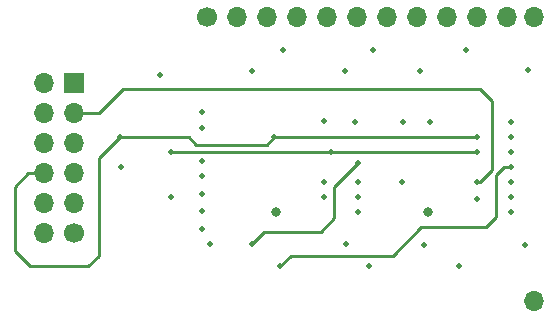
<source format=gbr>
%TF.GenerationSoftware,KiCad,Pcbnew,(6.0.9)*%
%TF.CreationDate,2023-03-11T18:38:12+09:00*%
%TF.ProjectId,Pmod_Matrix2,506d6f64-5f4d-4617-9472-6978322e6b69,rev?*%
%TF.SameCoordinates,Original*%
%TF.FileFunction,Copper,L3,Inr*%
%TF.FilePolarity,Positive*%
%FSLAX46Y46*%
G04 Gerber Fmt 4.6, Leading zero omitted, Abs format (unit mm)*
G04 Created by KiCad (PCBNEW (6.0.9)) date 2023-03-11 18:38:12*
%MOMM*%
%LPD*%
G01*
G04 APERTURE LIST*
%TA.AperFunction,ComponentPad*%
%ADD10C,1.700000*%
%TD*%
%TA.AperFunction,ComponentPad*%
%ADD11O,1.700000X1.700000*%
%TD*%
%TA.AperFunction,ComponentPad*%
%ADD12R,1.700000X1.700000*%
%TD*%
%TA.AperFunction,ViaPad*%
%ADD13C,0.500000*%
%TD*%
%TA.AperFunction,ViaPad*%
%ADD14C,0.800000*%
%TD*%
%TA.AperFunction,Conductor*%
%ADD15C,0.250000*%
%TD*%
G04 APERTURE END LIST*
D10*
%TO.N,Net-(R9-Pad1)*%
%TO.C,U4*%
X118483500Y-87760000D03*
D11*
%TO.N,Net-(R10-Pad1)*%
X121023500Y-87760000D03*
%TO.N,/ROW1*%
X123563500Y-87760000D03*
%TO.N,Net-(R11-Pad1)*%
X126103500Y-87760000D03*
%TO.N,Net-(R12-Pad1)*%
X128643500Y-87760000D03*
%TO.N,/ROW2*%
X131183500Y-87760000D03*
%TO.N,Net-(R13-Pad1)*%
X133723500Y-87760000D03*
%TO.N,Net-(R14-Pad1)*%
X136263500Y-87760000D03*
%TO.N,/ROW3*%
X138803500Y-87760000D03*
%TO.N,Net-(R15-Pad1)*%
X141343500Y-87760000D03*
%TO.N,Net-(R16-Pad1)*%
X143883500Y-87760000D03*
%TO.N,/ROW4*%
X146203500Y-87760000D03*
%TO.N,/ROW8*%
X146203500Y-111820000D03*
%TD*%
D10*
%TO.N,VCC*%
%TO.C,J1*%
X107250000Y-106045000D03*
D11*
X104710000Y-106045000D03*
%TO.N,GND*%
X107250000Y-103505000D03*
X104710000Y-103505000D03*
%TO.N,/RCLK*%
X107250000Y-100965000D03*
%TO.N,/CLK*%
X104710000Y-100965000D03*
%TO.N,Net-(J1-Pad5)*%
X107250000Y-98425000D03*
%TO.N,Net-(J1-Pad6)*%
X104710000Y-98425000D03*
%TO.N,/SER_Red*%
X107250000Y-95885000D03*
%TO.N,Net-(J1-Pad4)*%
X104710000Y-95885000D03*
D12*
%TO.N,/SER_Row*%
X107250000Y-93345000D03*
D11*
%TO.N,/SER_Green*%
X104710000Y-93345000D03*
%TD*%
D13*
%TO.N,Net-(R14-Pad2)*%
X144272000Y-102997000D03*
%TO.N,Net-(R16-Pad2)*%
X144272000Y-101727000D03*
%TO.N,Net-(R8-Pad1)*%
X144272000Y-96647000D03*
%TO.N,Net-(R12-Pad2)*%
X144272000Y-104267000D03*
%TO.N,Net-(R15-Pad2)*%
X135001000Y-101727000D03*
%TO.N,/CLK*%
X141351000Y-97917000D03*
%TO.N,Net-(R10-Pad2)*%
X141351000Y-103124000D03*
%TO.N,Net-(R7-Pad1)*%
X135128000Y-96647000D03*
%TO.N,Net-(R6-Pad1)*%
X144272000Y-97917000D03*
%TO.N,Net-(R4-Pad1)*%
X144272000Y-99187000D03*
%TO.N,Net-(R2-Pad1)*%
X144272000Y-100457000D03*
%TO.N,Net-(R5-Pad1)*%
X130238500Y-106997500D03*
%TO.N,Net-(J1-Pad6)*%
X137414000Y-96647000D03*
%TO.N,Net-(J1-Pad4)*%
X128397000Y-96520000D03*
%TO.N,Net-(R9-Pad2)*%
X114490500Y-92646500D03*
%TO.N,/SER_Red*%
X141351000Y-101727000D03*
%TO.N,/CLK*%
X124206000Y-97917000D03*
%TO.N,Net-(R5-Pad1)*%
X131064000Y-96647000D03*
%TO.N,Net-(R1-Pad1)*%
X131318000Y-101727000D03*
X118745000Y-106934000D03*
%TO.N,Net-(R3-Pad1)*%
X131318000Y-100076000D03*
%TO.N,Net-(R11-Pad2)*%
X131318000Y-104267000D03*
%TO.N,Net-(R13-Pad2)*%
X131318000Y-102997000D03*
X130175000Y-92329000D03*
%TO.N,Net-(R11-Pad2)*%
X122301000Y-92329000D03*
%TO.N,Net-(R9-Pad2)*%
X128397000Y-102997000D03*
%TO.N,Net-(R10-Pad2)*%
X124968000Y-90551000D03*
%TO.N,Net-(R12-Pad2)*%
X132588000Y-90551000D03*
%TO.N,Net-(R14-Pad2)*%
X140462000Y-90551000D03*
%TO.N,Net-(R15-Pad2)*%
X136525000Y-92329000D03*
%TO.N,Net-(R16-Pad2)*%
X145669000Y-92202000D03*
%TO.N,Net-(R3-Pad1)*%
X122301000Y-106934000D03*
%TO.N,Net-(R2-Pad1)*%
X124714000Y-108839000D03*
%TO.N,Net-(R4-Pad1)*%
X132207000Y-108839000D03*
%TO.N,Net-(R7-Pad1)*%
X136906000Y-107061000D03*
%TO.N,Net-(R6-Pad1)*%
X139827000Y-108839000D03*
%TO.N,Net-(R8-Pad1)*%
X145415000Y-107061000D03*
D14*
%TO.N,VCC*%
X137186500Y-104267000D03*
D13*
%TO.N,/SER_Green*%
X128397000Y-101727000D03*
D14*
%TO.N,VCC*%
X124386000Y-104267000D03*
D13*
%TO.N,/ROW2*%
X118110000Y-105664000D03*
%TO.N,/ROW3*%
X118110000Y-104140000D03*
%TO.N,/ROW4*%
X118110000Y-102743000D03*
%TO.N,/RCLK*%
X141351000Y-99187000D03*
X129032000Y-99187000D03*
X115443000Y-99187000D03*
%TO.N,/ROW8*%
X118110000Y-95758000D03*
%TO.N,/ROW1*%
X115443000Y-102997000D03*
%TO.N,/CLK*%
X111125000Y-97917000D03*
%TO.N,/SER_Row*%
X111252000Y-100457000D03*
%TO.N,/ROW7*%
X118110000Y-97155000D03*
%TO.N,/ROW6*%
X118110000Y-99949000D03*
%TO.N,/ROW5*%
X118110000Y-101219000D03*
%TD*%
D15*
%TO.N,/CLK*%
X103378000Y-100965000D02*
X104710000Y-100965000D01*
X102235000Y-102108000D02*
X103378000Y-100965000D01*
X102235000Y-107569000D02*
X102235000Y-102108000D01*
X103505000Y-108839000D02*
X102235000Y-107569000D01*
X108458000Y-108839000D02*
X103505000Y-108839000D01*
X111125000Y-97917000D02*
X109347000Y-99695000D01*
X123571000Y-98552000D02*
X124206000Y-97917000D01*
X109347000Y-107950000D02*
X108458000Y-108839000D01*
X116967000Y-97917000D02*
X117602000Y-98552000D01*
X117602000Y-98552000D02*
X123571000Y-98552000D01*
X109347000Y-99695000D02*
X109347000Y-107950000D01*
X111125000Y-97917000D02*
X116967000Y-97917000D01*
%TO.N,Net-(R2-Pad1)*%
X143637000Y-100457000D02*
X144272000Y-100457000D01*
X143002000Y-104648000D02*
X143002000Y-101092000D01*
X142113000Y-105537000D02*
X143002000Y-104648000D01*
X136652000Y-105537000D02*
X142113000Y-105537000D01*
X134239000Y-107950000D02*
X136652000Y-105537000D01*
X143002000Y-101092000D02*
X143637000Y-100457000D01*
X125603000Y-107950000D02*
X134239000Y-107950000D01*
X124714000Y-108839000D02*
X125603000Y-107950000D01*
%TO.N,/CLK*%
X124206000Y-97917000D02*
X141351000Y-97917000D01*
%TO.N,/SER_Red*%
X109347000Y-95885000D02*
X107250000Y-95885000D01*
X141605000Y-93853000D02*
X111379000Y-93853000D01*
X142621000Y-94869000D02*
X141605000Y-93853000D01*
X142621000Y-100711000D02*
X142621000Y-94869000D01*
X111379000Y-93853000D02*
X109347000Y-95885000D01*
X141605000Y-101727000D02*
X142621000Y-100711000D01*
X141351000Y-101727000D02*
X141605000Y-101727000D01*
%TO.N,/RCLK*%
X129032000Y-99187000D02*
X141351000Y-99187000D01*
%TO.N,Net-(R3-Pad1)*%
X129286000Y-104775000D02*
X128143000Y-105918000D01*
X129286000Y-102108000D02*
X129286000Y-104775000D01*
X128143000Y-105918000D02*
X123317000Y-105918000D01*
X131318000Y-100076000D02*
X129286000Y-102108000D01*
X123317000Y-105918000D02*
X122301000Y-106934000D01*
%TO.N,/RCLK*%
X115443000Y-99187000D02*
X129032000Y-99187000D01*
%TD*%
M02*

</source>
